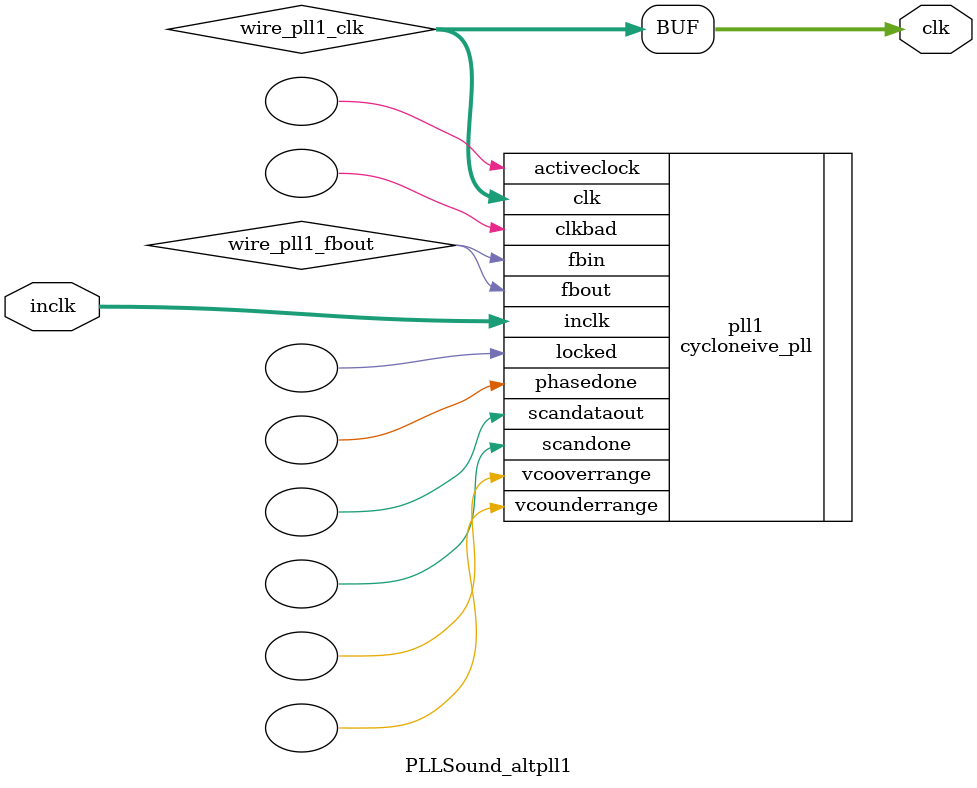
<source format=v>






//synthesis_resources = cycloneive_pll 1 
//synopsys translate_off
`timescale 1 ps / 1 ps
//synopsys translate_on
module  PLLSound_altpll1
	( 
	clk,
	inclk) /* synthesis synthesis_clearbox=1 */;
	output   [4:0]  clk;
	input   [1:0]  inclk;
`ifndef ALTERA_RESERVED_QIS
// synopsys translate_off
`endif
	tri0   [1:0]  inclk;
`ifndef ALTERA_RESERVED_QIS
// synopsys translate_on
`endif

	wire  [4:0]   wire_pll1_clk;
	wire  wire_pll1_fbout;

	cycloneive_pll   pll1
	( 
	.activeclock(),
	.clk(wire_pll1_clk),
	.clkbad(),
	.fbin(wire_pll1_fbout),
	.fbout(wire_pll1_fbout),
	.inclk(inclk),
	.locked(),
	.phasedone(),
	.scandataout(),
	.scandone(),
	.vcooverrange(),
	.vcounderrange()
	`ifndef FORMAL_VERIFICATION
	// synopsys translate_off
	`endif
	,
	.areset(1'b0),
	.clkswitch(1'b0),
	.configupdate(1'b0),
	.pfdena(1'b1),
	.phasecounterselect({3{1'b0}}),
	.phasestep(1'b0),
	.phaseupdown(1'b0),
	.scanclk(1'b0),
	.scanclkena(1'b1),
	.scandata(1'b0)
	`ifndef FORMAL_VERIFICATION
	// synopsys translate_on
	`endif
	);
	defparam
		pll1.bandwidth_type = "auto",
		pll1.clk0_divide_by = 5000,
		pll1.clk0_duty_cycle = 50,
		pll1.clk0_multiply_by = 1,
		pll1.clk0_phase_shift = "0",
		pll1.compensate_clock = "clk0",
		pll1.inclk0_input_frequency = 20000,
		pll1.operation_mode = "normal",
		pll1.pll_type = "auto",
		pll1.lpm_type = "cycloneive_pll";
	assign
		clk = {wire_pll1_clk[4:0]};
endmodule //PLLSound_altpll1
//VALID FILE

</source>
